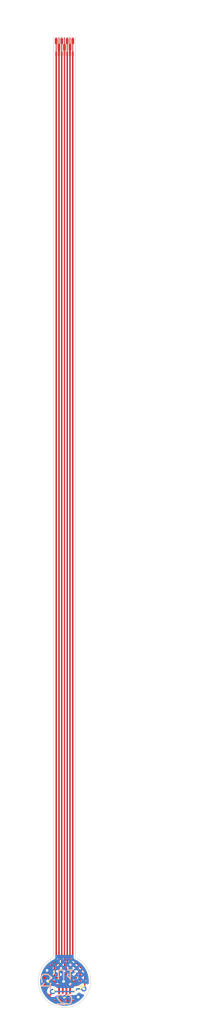
<source format=kicad_pcb>
(kicad_pcb (version 20240108) (generator "pcbnew") (generator_version "8.0")
  (layers (0 "F.Cu" signal) (31 "B.Cu" signal) (34 "B.Paste" user) (35 "F.Paste" user) (36 "B.SilkS" user "B.Silkscreen") (37 "F.SilkS" user "F.Silkscreen") (38 "B.Mask" user) (39 "F.Mask" user) (44 "Edge.Cuts" user))
  (net 0 "")
  (net 1 "GND")
  (net 2 "+3V3")
  (net 3 "/MOSI")
  (net 4 "/MISO")
  (net 5 "/CS")
  (net 6 "/SCK")
  (footprint "MA730:UTQFN-14_MA735_MNP" (layer "F.Cu") (at 152.810408 131.7 180)
    (property "Reference" "U1" (at -0.089592 0.8 180) (layer "B.SilkS") (effects (justify mirror)))
    (property "Value" "MA735GGU-Z")
    (fp_line (start 1.1557 1.1557) (end 1.1557 0.832739) (stroke (width 0.1524)) (layer "F.SilkS"))
    (fp_line (start 1.1557 -0.832739) (end 1.1557 -1.1557) (stroke (width 0.1524)) (layer "F.SilkS"))
    (fp_line (start -1.1557 0.832739) (end -1.1557 1.1557) (stroke (width 0.1524)) (layer "F.SilkS"))
    (fp_line (start -1.1557 -1.1557) (end -1.1557 -0.832739) (stroke (width 0.1524)) (layer "F.SilkS"))
    (fp_text user "*" (at -1.889592 -0.9 180) (layer "F.SilkS"))
    (pad "1" smd roundrect (at -1 -0.4 180) (size 0.7 0.199998) (layers "F.Cu" "F.Paste" "F.Mask") (roundrect_rratio 0) (chamfer_ratio 0.5) (chamfer top_right) (net 6 "/SCK"))
    (pad "2" smd rect (at -1.000001 0 180) (size 0.7 0.2) (layers "F.Cu" "F.Paste" "F.Mask") (net 1 "GND"))
    (pad "3" smd roundrect (at -1 0.4 180) (size 0.7 0.2) (layers "F.Cu" "F.Paste" "F.Mask") (roundrect_rratio 0) (chamfer_ratio 0.5) (chamfer bottom_right))
    (pad "4" smd roundrect (at -0.6 1 270) (size 0.7 0.2) (layers "F.Cu" "F.Paste" "F.Mask") (roundrect_rratio 0) (chamfer_ratio 0.5) (chamfer top_right) (net 1 "GND"))
    (pad "5" smd rect (at -0.2 1.000001 270) (size 0.7 0.2) (layers "F.Cu" "F.Paste" "F.Mask") (net 4 "/MISO"))
    (pad "6" smd rect (at 0.2 1.000001 270) (size 0.7 0.2) (layers "F.Cu" "F.Paste" "F.Mask"))
    (pad "7" smd roundrect (at 0.599999 1 270) (size 0.7 0.199999) (layers "F.Cu" "F.Paste" "F.Mask") (roundrect_rratio 0) (chamfer_ratio 0.5) (chamfer bottom_right) (net 5 "/CS"))
    (pad "8" smd roundrect (at 1 0.399999 180) (size 0.7 0.2) (layers "F.Cu" "F.Paste" "F.Mask") (roundrect_rratio 0) (chamfer_ratio 0.5) (chamfer bottom_left) (net 3 "/MOSI"))
    (pad "9" smd rect (at 1.000001 0 180) (size 0.7 0.2) (layers "F.Cu" "F.Paste" "F.Mask"))
    (pad "10" smd roundrect (at 1 -0.4 180) (size 0.7 0.2) (layers "F.Cu" "F.Paste" "F.Mask") (roundrect_rratio 0) (chamfer_ratio 0.5) (chamfer top_left))
    (pad "11" smd roundrect (at 0.6 -1 270) (size 0.7 0.199998) (layers "F.Cu" "F.Paste" "F.Mask") (roundrect_rratio 0) (chamfer_ratio 0.5) (chamfer bottom_left))
    (pad "12" smd rect (at 0.2 -1.000001 270) (size 0.7 0.2) (layers "F.Cu" "F.Paste" "F.Mask"))
    (pad "13" smd rect (at -0.2 -1.000001 270) (size 0.7 0.2) (layers "F.Cu" "F.Paste" "F.Mask") (net 2 "+3V3"))
    (pad "14" smd roundrect (at -0.6 -1 270) (size 0.7 0.199998) (layers "F.Cu" "F.Paste" "F.Mask") (roundrect_rratio 0) (chamfer_ratio 0.5) (chamfer top_left))
  )
  (footprint "Capacitor_SMD:C_0402_1005Metric" (layer "F.Cu") (at 152.8 133.8)
    (property "Reference" "C2" (at 0 -0.1 0) (layer "B.SilkS") (effects (justify mirror)))
    (property "Value" "0.1uF")
    (fp_line (start -0.107836 -0.36) (end 0.107836 -0.36) (stroke (width 0.12)) (layer "F.SilkS"))
    (fp_line (start -0.107836 0.36) (end 0.107836 0.36) (stroke (width 0.12)) (layer "F.SilkS"))
    (pad "1" smd roundrect (at -0.48 0) (size 0.56 0.62) (layers "F.Cu" "F.Paste" "F.Mask") (net 2 "+3V3"))
    (pad "2" smd roundrect (at 0.48 0) (size 0.56 0.62) (layers "F.Cu" "F.Paste" "F.Mask") (net 1 "GND"))
  )
  (footprint "Capacitor_SMD:C_0402_1005Metric" (layer "F.Cu") (at 150.7 131.7 90)
    (property "Reference" "C1" (at 0 0.1 -90) (layer "B.SilkS") (effects (justify mirror)))
    (property "Value" "1uF")
    (fp_line (start -0.107836 -0.36) (end 0.107836 -0.36) (stroke (width 0.12)) (layer "F.SilkS"))
    (fp_line (start -0.107836 0.36) (end 0.107836 0.36) (stroke (width 0.12)) (layer "F.SilkS"))
    (pad "1" smd roundrect (at -0.48 0 90) (size 0.56 0.62) (layers "F.Cu" "F.Paste" "F.Mask") (net 2 "+3V3"))
    (pad "2" smd roundrect (at 0.48 0 90) (size 0.56 0.62) (layers "F.Cu" "F.Paste" "F.Mask") (net 1 "GND"))
  )
  (footprint "custom_testpoints:7pin_fpc_contact_0.3mmptich" (layer "F.Cu") (at 152.8 30.2)
    (property "Reference" "J1" (hide yes))
    (property "Value" "FPC contacts 0.3mm")
    (pad "1" connect custom (at -0.9 -0.1) (size 0.1 2) (layers "F.Cu" "F.Mask") (net 1 "GND") (clearance 0.05) (options (clearance outline) (anchor rect)) (primitives (gr_poly (pts (xy -0.1 0.55) (xy -0.05 0.5) (xy 0.05 0.5) (xy 0.1 0.55) (xy 0.1 1) (xy -0.1 1)) (width 0) (fill yes)) (gr_poly (pts (xy -0.15 -0.88) (xy -0.12 -0.89) (xy -0.08 -0.91) (xy -0.06 -0.94) (xy -0.05 -0.97) (xy -0.05 -1) (xy 0.05 -1) (xy 0.05 -0.97) (xy 0.06 -0.94) (xy 0.08 -0.91) (xy 0.12 -0.89) (xy 0.15 -0.88) (xy 0.15 -0.35) (xy 0.05 -0.25) (xy -0.05 -0.25) (xy -0.15 -0.35)) (width 0) (fill yes))))
    (pad "2" connect custom (at -0.6 -0.1) (size 0.1 2) (layers "F.Cu" "F.Mask") (net 3 "/MOSI") (clearance 0.05) (options (clearance outline) (anchor rect)) (primitives (gr_poly (pts (xy -0.15 -0.25) (xy -0.05 -0.35) (xy 0.05 -0.35) (xy 0.15 -0.25) (xy 0.15 0.35) (xy 0.1 0.45) (xy -0.1 0.45) (xy -0.15 0.35)) (width 0) (fill yes)) (gr_poly (pts (xy -0.1 0.45) (xy 0.1 0.45) (xy 0.1 1) (xy -0.1 1)) (width 0) (fill yes))))
    (pad "3" connect custom (at -0.3 -0.1) (size 0.1 2) (layers "F.Cu" "F.Mask") (net 5 "/CS") (clearance 0.05) (options (clearance outline) (anchor rect)) (primitives (gr_poly (pts (xy -0.1 0.55) (xy -0.05 0.5) (xy 0.05 0.5) (xy 0.1 0.55) (xy 0.1 1) (xy -0.1 1)) (width 0) (fill yes)) (gr_poly (pts (xy -0.15 -0.88) (xy -0.12 -0.89) (xy -0.08 -0.91) (xy -0.06 -0.94) (xy -0.05 -0.97) (xy -0.05 -1) (xy 0.05 -1) (xy 0.05 -0.97) (xy 0.06 -0.94) (xy 0.08 -0.91) (xy 0.12 -0.89) (xy 0.15 -0.88) (xy 0.15 -0.35) (xy 0.05 -0.25) (xy -0.05 -0.25) (xy -0.15 -0.35)) (width 0) (fill yes))))
    (pad "4" connect custom (at 0 -0.1) (size 0.1 2) (layers "F.Cu" "F.Mask") (net 4 "/MISO") (clearance 0.05) (options (clearance outline) (anchor rect)) (primitives (gr_poly (pts (xy -0.15 -0.25) (xy -0.05 -0.35) (xy 0.05 -0.35) (xy 0.15 -0.25) (xy 0.15 0.35) (xy 0.1 0.45) (xy -0.1 0.45) (xy -0.15 0.35)) (width 0) (fill yes)) (gr_poly (pts (xy -0.1 0.45) (xy 0.1 0.45) (xy 0.1 1) (xy -0.1 1)) (width 0) (fill yes))))
    (pad "5" connect custom (at 0.3 -0.1) (size 0.1 2) (layers "F.Cu" "F.Mask") (net 1 "GND") (clearance 0.05) (options (clearance outline) (anchor rect)) (primitives (gr_poly (pts (xy -0.1 0.55) (xy -0.05 0.5) (xy 0.05 0.5) (xy 0.1 0.55) (xy 0.1 1) (xy -0.1 1)) (width 0) (fill yes)) (gr_poly (pts (xy -0.15 -0.88) (xy -0.12 -0.89) (xy -0.08 -0.91) (xy -0.06 -0.94) (xy -0.05 -0.97) (xy -0.05 -1) (xy 0.05 -1) (xy 0.05 -0.97) (xy 0.06 -0.94) (xy 0.08 -0.91) (xy 0.12 -0.89) (xy 0.15 -0.88) (xy 0.15 -0.35) (xy 0.05 -0.25) (xy -0.05 -0.25) (xy -0.15 -0.35)) (width 0) (fill yes))))
    (pad "6" connect custom (at 0.6 -0.1) (size 0.1 2) (layers "F.Cu" "F.Mask") (net 6 "/SCK") (clearance 0.05) (options (clearance outline) (anchor rect)) (primitives (gr_poly (pts (xy -0.15 -0.25) (xy -0.05 -0.35) (xy 0.05 -0.35) (xy 0.15 -0.25) (xy 0.15 0.35) (xy 0.1 0.45) (xy -0.1 0.45) (xy -0.15 0.35)) (width 0) (fill yes)) (gr_poly (pts (xy -0.1 0.45) (xy 0.1 0.45) (xy 0.1 1) (xy -0.1 1)) (width 0) (fill yes))))
    (pad "7" connect custom (at 0.9 -0.1) (size 0.1 2) (layers "F.Cu" "F.Mask") (net 2 "+3V3") (clearance 0.05) (options (clearance outline) (anchor rect)) (primitives (gr_poly (pts (xy -0.1 0.55) (xy -0.05 0.5) (xy 0.05 0.5) (xy 0.1 0.55) (xy 0.1 1) (xy -0.1 1)) (width 0) (fill yes)) (gr_poly (pts (xy -0.15 -0.88) (xy -0.12 -0.89) (xy -0.08 -0.91) (xy -0.06 -0.94) (xy -0.05 -0.97) (xy -0.05 -1) (xy 0.05 -1) (xy 0.05 -0.97) (xy 0.06 -0.94) (xy 0.08 -0.91) (xy 0.12 -0.89) (xy 0.15 -0.88) (xy 0.15 -0.35) (xy 0.05 -0.25) (xy -0.05 -0.25) (xy -0.15 -0.35)) (width 0) (fill yes))))
  )
  (gr_arc (start 154 129.1) (mid 152.8 134.538901) (end 151.6 129.1) (stroke (width 0.05)) (layer "Edge.Cuts"))
  (gr_line (start 154 29.1) (end 151.6 29.1) (stroke (width 0.05)) (layer "Edge.Cuts"))
  (gr_line (start 154 29.1) (end 154 129.1) (stroke (width 0.05)) (layer "Edge.Cuts"))
  (gr_line (start 151.6 29.1) (end 151.6 129.1) (stroke (width 0.05)) (layer "Edge.Cuts"))
  (segment (start 153.2 131.7) (end 152.9 131.7) (width 0.16) (layer "F.Cu") (net 1))
  (segment (start 153.28 133.8) (end 153.9 133.8) (width 0.16) (layer "F.Cu") (net 1))
  (segment (start 152.9 131.7) (end 152.7 131.7) (width 0.16) (layer "F.Cu") (net 1))
  (segment (start 153.2 131.277564) (end 153.2 131.7) (width 0.16) (layer "F.Cu") (net 1))
  (segment (start 150.7 130.5) (end 150.9 130.5) (width 0.16) (layer "F.Cu") (net 1))
  (segment (start 153.410408 130.7) (end 153.410408 131.067156) (width 0.16) (layer "F.Cu") (net 1))
  (segment (start 153.810409 131.7) (end 153.2 131.7) (width 0.16) (layer "F.Cu") (net 1))
  (segment (start 150.9 130.4) (end 151.9 129.4) (width 0.16) (layer "F.Cu") (net 1))
  (segment (start 150.9 130.5) (end 150.9 130.4) (width 0.16) (layer "F.Cu") (net 1))
  (segment (start 150.9 130.5) (end 150.9 131.02) (width 0.16) (layer "F.Cu") (net 1))
  (segment (start 153.410408 130.7) (end 153.410408 130.111414) (width 0.16) (layer "F.Cu") (net 1))
  (segment (start 153.410408 130.111414) (end 153.1 129.801006) (width 0.16) (layer "F.Cu") (net 1))
  (segment (start 153.410408 131.067156) (end 153.2 131.277564) (width 0.16) (layer "F.Cu") (net 1))
  (segment (start 150.9 131.02) (end 150.7 131.22) (width 0.16) (layer "F.Cu") (net 1))
  (segment (start 153.9 133.8) (end 154.3 133.4) (width 0.16) (layer "F.Cu") (net 1))
  (segment (start 153.1 129.801006) (end 153.1 31.120336) (width 0.16) (layer "F.Cu") (net 1))
  (segment (start 151.9 129.4) (end 151.9 31.120336) (width 0.16) (layer "F.Cu") (net 1))
  (via (at 150.9 130.5) (size 0.6) (drill 0.3) (layers "F.Cu" "B.Cu") (net 1))
  (via (at 154.3 133.4) (size 0.6) (drill 0.3) (layers "F.Cu" "B.Cu") (net 1))
  (via (at 152.7 131.7) (size 0.6) (drill 0.3) (layers "F.Cu" "B.Cu") (net 1))
  (segment (start 154.3 133.4) (end 154.2 133.5) (width 0.2) (layer "B.Cu") (net 1))
  (segment (start 155 130.6) (end 153.7 129.3) (width 0.16) (layer "F.Cu") (net 2))
  (segment (start 154.9 132.5) (end 155 132.4) (width 0.16) (layer "F.Cu") (net 2))
  (segment (start 155 132.4) (end 155 130.6) (width 0.16) (layer "F.Cu") (net 2))
  (segment (start 152.32 133.8) (end 151.673449 133.8) (width 0.16) (layer "F.Cu") (net 2))
  (segment (start 153.7 129.3) (end 153.7 31.120336) (width 0.16) (layer "F.Cu") (net 2))
  (segment (start 153.010408 132.700001) (end 153.010408 133.109592) (width 0.16) (layer "F.Cu") (net 2))
  (segment (start 151.5 132.9) (end 151.136724 133.263276) (width 0.16) (layer "F.Cu") (net 2))
  (segment (start 151.136724 133.263276) (end 150.7 132.826551) (width 0.16) (layer "F.Cu") (net 2))
  (segment (start 150.7 132.826551) (end 150.7 132.18) (width 0.16) (layer "F.Cu") (net 2))
  (segment (start 151.5 132.8) (end 151.5 132.9) (width 0.16) (layer "F.Cu") (net 2))
  (segment (start 153.010408 133.109592) (end 152.32 133.8) (width 0.16) (layer "F.Cu") (net 2))
  (segment (start 151.673449 133.8) (end 151.136724 133.263276) (width 0.16) (layer "F.Cu") (net 2))
  (via (at 154.9 132.5) (size 0.6) (drill 0.3) (layers "F.Cu" "B.Cu") (net 2))
  (via (at 151.5 132.8) (size 0.6) (drill 0.3) (layers "F.Cu" "B.Cu") (net 2))
  (segment (start 153.9 132.8) (end 151.5 132.8) (width 0.16) (layer "B.Cu") (net 2))
  (segment (start 154.2 132.5) (end 153.9 132.8) (width 0.16) (layer "B.Cu") (net 2))
  (segment (start 154.9 132.5) (end 154.2 132.5) (width 0.16) (layer "B.Cu") (net 2))
  (segment (start 151.7 131.189593) (end 151.810408 131.300001) (width 0.16) (layer "F.Cu") (net 3))
  (segment (start 152.2 129.6) (end 151.7 130.1) (width 0.16) (layer "F.Cu") (net 3))
  (segment (start 152.2 30.1) (end 152.2 129.6) (width 0.16) (layer "F.Cu") (net 3))
  (segment (start 151.7 130.1) (end 151.7 131.189593) (width 0.16) (layer "F.Cu") (net 3))
  (segment (start 152.8 30.1) (end 152.8 130.026276) (width 0.16) (layer "F.Cu") (net 4))
  (segment (start 153.010408 130.236684) (end 153.010408 130.699999) (width 0.16) (layer "F.Cu") (net 4))
  (segment (start 152.8 130.026276) (end 153.010408 130.236684) (width 0.16) (layer "F.Cu") (net 4))
  (segment (start 152.210409 130.189591) (end 152.5 129.9) (width 0.16) (layer "F.Cu") (net 5))
  (segment (start 152.5 129.9) (end 152.5 31.120336) (width 0.16) (layer "F.Cu") (net 5))
  (segment (start 152.210409 130.7) (end 152.210409 130.189591) (width 0.16) (layer "F.Cu") (net 5))
  (segment (start 154.5 130.7) (end 153.4 129.6) (width 0.16) (layer "F.Cu") (net 6))
  (segment (start 153.810408 132.1) (end 154.260409 132.1) (width 0.16) (layer "F.Cu") (net 6))
  (segment (start 154.5 131.860409) (end 154.5 130.7) (width 0.16) (layer "F.Cu") (net 6))
  (segment (start 153.4058 30.1058) (end 153.4 30.1) (width 0.2) (layer "F.Cu") (net 6))
  (segment (start 153.4 129.6) (end 153.4 30.1) (width 0.16) (layer "F.Cu") (net 6))
  (segment (start 154.260409 132.1) (end 154.5 131.860409) (width 0.16) (layer "F.Cu") (net 6))
  (zone (net 1) (net_name "GND") (layer "B.Cu") (connect_pads (clearance 0.3)) (min_thickness 0.25) (fill yes (mode hatch) (thermal_gap 0.5) (thermal_bridge_width 0.5) (hatch_thickness 0.25) (hatch_gap 0.25) (hatch_orientation 45) (hatch_smoothing_level 1) (hatch_smoothing_value 0.1) (hatch_border_algorithm hatch_thickness) (hatch_min_hole_area 0.3))
    (polygon (pts (xy 149.1 135.8) (xy 149.1 128.8) (xy 156.5 128.8) (xy 156.5 135.8)))
  )
)
</source>
